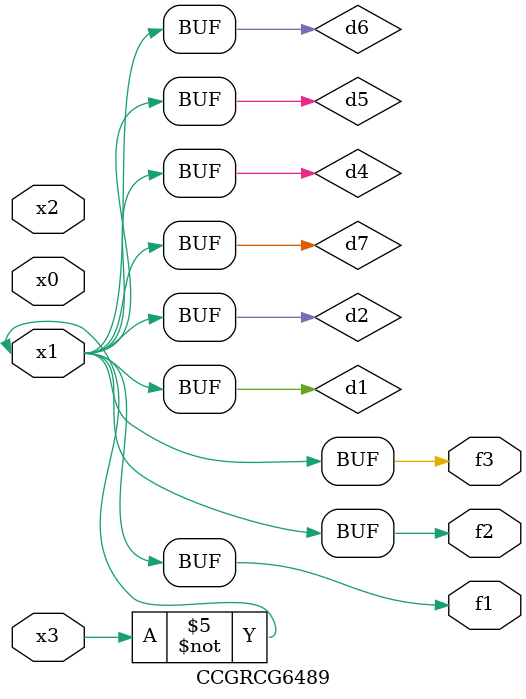
<source format=v>
module CCGRCG6489(
	input x0, x1, x2, x3,
	output f1, f2, f3
);

	wire d1, d2, d3, d4, d5, d6, d7;

	not (d1, x3);
	buf (d2, x1);
	xnor (d3, d1, d2);
	nor (d4, d1);
	buf (d5, d1, d2);
	buf (d6, d4, d5);
	nand (d7, d4);
	assign f1 = d6;
	assign f2 = d7;
	assign f3 = d6;
endmodule

</source>
